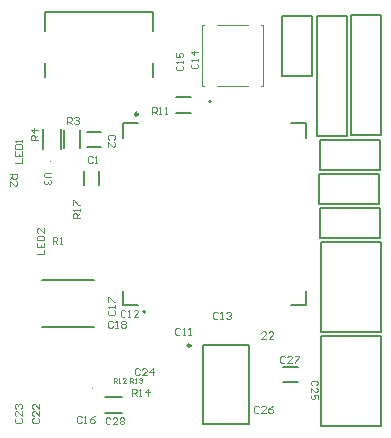
<source format=gbr>
%TF.GenerationSoftware,Altium Limited,Altium Designer,23.1.1 (15)*%
G04 Layer_Color=65535*
%FSLAX45Y45*%
%MOMM*%
%TF.SameCoordinates,F9E8136A-E86D-4813-A5E9-63B8E08E304F*%
%TF.FilePolarity,Positive*%
%TF.FileFunction,Legend,Top*%
%TF.Part,Single*%
G01*
G75*
%TA.AperFunction,NonConductor*%
%ADD71C,0.25000*%
%ADD72C,0.20000*%
%ADD73C,0.10000*%
%ADD74C,0.12700*%
D71*
X10800000Y4525000D02*
G03*
X10800000Y4525000I-12500J0D01*
G01*
X10353620Y6484000D02*
G03*
X10353620Y6484000I-12500J0D01*
G01*
D72*
X10417500Y4812500D02*
G03*
X10417500Y4812500I-10000J0D01*
G01*
X10962500Y6582500D02*
G03*
X10962500Y6602500I0J10000D01*
G01*
D02*
G03*
X10962500Y6582500I0J-10000D01*
G01*
X10905000Y3860000D02*
Y4530000D01*
X11295000Y3860000D02*
Y4530000D01*
X10905000D02*
X11295000D01*
X10905000Y3860000D02*
X11295000D01*
X11575500Y6808000D02*
Y7316000D01*
Y6808000D02*
X11829500D01*
Y7316000D01*
X11575500D02*
X11829500D01*
X11868000Y7320000D02*
X12122000D01*
Y6304000D02*
Y7320000D01*
X11868000Y6304000D02*
Y7320000D01*
Y6304000D02*
X12122000D01*
X10478000Y6797500D02*
Y6915500D01*
Y7190500D02*
Y7353000D01*
X9564000D02*
X10478000D01*
X9564000Y6797500D02*
Y6915500D01*
Y7190500D02*
Y7353000D01*
X11901500Y5400000D02*
X12409500D01*
X11901500Y4638000D02*
X12409500D01*
X11901500D02*
Y5400000D01*
X12409500Y4638000D02*
Y5400000D01*
Y4913168D02*
Y5400000D01*
X9920000Y6207500D02*
X10040000D01*
X9920000Y6332500D02*
X10040000D01*
X10071376Y4093624D02*
X10218624D01*
X10071376Y3956376D02*
X10218624D01*
X9540000Y5080000D02*
X9980000D01*
X9540000Y4680000D02*
X9980000D01*
X10676376Y6492500D02*
X10803624D01*
X10676376Y6627500D02*
X10803624D01*
X11586250Y4220000D02*
X11706250D01*
X11586250Y4345000D02*
X11706250D01*
X9698624Y6193876D02*
Y6361124D01*
X9551376Y6193876D02*
Y6361124D01*
X9863024Y6200576D02*
Y6347823D01*
X9725776Y6200576D02*
Y6347823D01*
X12397000Y5723000D02*
Y5977000D01*
X11889000Y5723000D02*
X12397000D01*
X11889000D02*
Y5977000D01*
X12397000D01*
X12401000Y6013000D02*
Y6267000D01*
X11893000Y6013000D02*
X12401000D01*
X11893000D02*
Y6267000D01*
X12401000D01*
Y5433000D02*
Y5687000D01*
X11893000Y5433000D02*
X12401000D01*
X11893000D02*
Y5687000D01*
X12401000D01*
X12155500Y6307500D02*
X12409500D01*
X12155500D02*
Y7323500D01*
X12409500Y6307500D02*
Y7323500D01*
X12155500D02*
X12409500D01*
X9897500Y5881250D02*
Y6001250D01*
X10022500Y5881250D02*
Y6001250D01*
X11901500Y4603500D02*
X12409500D01*
X11901500Y3841500D02*
X12409500D01*
X11901500D02*
Y4603500D01*
X12409500Y3841500D02*
Y4603500D01*
Y4116668D02*
Y4603500D01*
D73*
X9970000Y4150000D02*
G03*
X9970000Y4160000I0J5000D01*
G01*
D02*
G03*
X9970000Y4150000I0J-5000D01*
G01*
X9600000Y5792500D02*
G03*
X9600000Y5802500I0J5000D01*
G01*
D02*
G03*
X9600000Y5792500I0J-5000D01*
G01*
X9879000Y6139800D02*
G03*
X9879000Y6139800I-5000J0D01*
G01*
X9610000Y6080000D02*
G03*
X9620000Y6080000I5000J0D01*
G01*
D02*
G03*
X9610000Y6080000I-5000J0D01*
G01*
X11022500Y6722500D02*
X11282500D01*
X11022500Y7242500D02*
X11282500D01*
X11392500Y6722500D02*
X11412500D01*
Y7242500D01*
X11392500D02*
X11412500D01*
X10892500Y6722500D02*
X10912500D01*
X10892500D02*
Y7242500D01*
X10912500D01*
X11440003Y4585010D02*
X11400016D01*
X11440003Y4624997D01*
Y4634994D01*
X11430007Y4644990D01*
X11410013D01*
X11400016Y4634994D01*
X11499984Y4585010D02*
X11459997D01*
X11499984Y4624997D01*
Y4634994D01*
X11489987Y4644990D01*
X11469994D01*
X11459997Y4634994D01*
X9320007Y3912013D02*
X9310010Y3902016D01*
Y3882022D01*
X9320007Y3872026D01*
X9359993D01*
X9369990Y3882022D01*
Y3902016D01*
X9359993Y3912013D01*
X9369990Y3971993D02*
Y3932006D01*
X9330003Y3971993D01*
X9320007D01*
X9310010Y3961997D01*
Y3942003D01*
X9320007Y3932006D01*
Y3991987D02*
X9310010Y4001984D01*
Y4021977D01*
X9320007Y4031974D01*
X9330003D01*
X9340000Y4021977D01*
Y4011981D01*
Y4021977D01*
X9349997Y4031974D01*
X9359993D01*
X9369990Y4021977D01*
Y4001984D01*
X9359993Y3991987D01*
X9470007Y3910013D02*
X9460010Y3900016D01*
Y3880023D01*
X9470007Y3870026D01*
X9509994D01*
X9519990Y3880023D01*
Y3900016D01*
X9509994Y3910013D01*
X9519990Y3969994D02*
Y3930007D01*
X9480003Y3969994D01*
X9470007D01*
X9460010Y3959997D01*
Y3940003D01*
X9470007Y3930007D01*
X9519990Y4029974D02*
Y3989987D01*
X9480003Y4029974D01*
X9470007D01*
X9460010Y4019977D01*
Y3999984D01*
X9470007Y3989987D01*
X10287516Y4210007D02*
Y4249994D01*
X10307510D01*
X10314174Y4243329D01*
Y4230000D01*
X10307510Y4223335D01*
X10287516D01*
X10300845D02*
X10314174Y4210007D01*
X10327503D02*
X10340832D01*
X10334168D01*
Y4249994D01*
X10327503Y4243329D01*
X10360826D02*
X10367490Y4249994D01*
X10380819D01*
X10387484Y4243329D01*
Y4236665D01*
X10380819Y4230000D01*
X10374155D01*
X10380819D01*
X10387484Y4223335D01*
Y4216671D01*
X10380819Y4210007D01*
X10367490D01*
X10360826Y4216671D01*
X10302524Y4100010D02*
Y4159990D01*
X10332515D01*
X10342511Y4149993D01*
Y4130000D01*
X10332515Y4120003D01*
X10302524D01*
X10322518D02*
X10342511Y4100010D01*
X10362505D02*
X10382499D01*
X10372502D01*
Y4159990D01*
X10362505Y4149993D01*
X10442479Y4100010D02*
Y4159990D01*
X10412489Y4130000D01*
X10452476D01*
X10120013Y3907493D02*
X10110016Y3917490D01*
X10090023D01*
X10080026Y3907493D01*
Y3867506D01*
X10090023Y3857510D01*
X10110016D01*
X10120013Y3867506D01*
X10179994Y3857510D02*
X10140007D01*
X10179994Y3897497D01*
Y3907493D01*
X10169997Y3917490D01*
X10150003D01*
X10140007Y3907493D01*
X10199987D02*
X10209984Y3917490D01*
X10229978D01*
X10239974Y3907493D01*
Y3897497D01*
X10229978Y3887500D01*
X10239974Y3877503D01*
Y3867506D01*
X10229978Y3857510D01*
X10209984D01*
X10199987Y3867506D01*
Y3877503D01*
X10209984Y3887500D01*
X10199987Y3897497D01*
Y3907493D01*
X10209984Y3887500D02*
X10229978D01*
X10112507Y4825011D02*
X10102510Y4815015D01*
Y4795021D01*
X10112507Y4785024D01*
X10152494D01*
X10162490Y4795021D01*
Y4815015D01*
X10152494Y4825011D01*
X10162490Y4845005D02*
Y4864999D01*
Y4855002D01*
X10102510D01*
X10112507Y4845005D01*
X10102510Y4894989D02*
Y4934976D01*
X10112507D01*
X10152494Y4894989D01*
X10162490D01*
X9877512Y3919993D02*
X9867515Y3929990D01*
X9847521D01*
X9837525Y3919993D01*
Y3880006D01*
X9847521Y3870010D01*
X9867515D01*
X9877512Y3880006D01*
X9897505Y3870010D02*
X9917499D01*
X9907502D01*
Y3929990D01*
X9897505Y3919993D01*
X9987476Y3929990D02*
X9967482Y3919993D01*
X9947489Y3900000D01*
Y3880006D01*
X9957486Y3870010D01*
X9977479D01*
X9987476Y3880006D01*
Y3890003D01*
X9977479Y3900000D01*
X9947489D01*
X11600013Y4429993D02*
X11590016Y4439990D01*
X11570023D01*
X11560026Y4429993D01*
Y4390006D01*
X11570023Y4380010D01*
X11590016D01*
X11600013Y4390006D01*
X11659994Y4380010D02*
X11620007D01*
X11659994Y4419997D01*
Y4429993D01*
X11649997Y4439990D01*
X11630003D01*
X11620007Y4429993D01*
X11679987Y4439990D02*
X11719974D01*
Y4429993D01*
X11679987Y4390006D01*
Y4380010D01*
X11378013Y4007493D02*
X11368016Y4017490D01*
X11348023D01*
X11338026Y4007493D01*
Y3967506D01*
X11348023Y3957509D01*
X11368016D01*
X11378013Y3967506D01*
X11437993Y3957509D02*
X11398006D01*
X11437993Y3997496D01*
Y4007493D01*
X11427997Y4017490D01*
X11408003D01*
X11398006Y4007493D01*
X11497974Y4017490D02*
X11477981Y4007493D01*
X11457987Y3987500D01*
Y3967506D01*
X11467984Y3957509D01*
X11487977D01*
X11497974Y3967506D01*
Y3977503D01*
X11487977Y3987500D01*
X11457987D01*
X11864994Y4189987D02*
X11874990Y4199983D01*
Y4219977D01*
X11864994Y4229974D01*
X11825007D01*
X11815010Y4219977D01*
Y4199983D01*
X11825007Y4189987D01*
X11815010Y4130006D02*
Y4169993D01*
X11854997Y4130006D01*
X11864994D01*
X11874990Y4140003D01*
Y4159997D01*
X11864994Y4169993D01*
X11874990Y4070026D02*
Y4110013D01*
X11845000D01*
X11854997Y4090019D01*
Y4080022D01*
X11845000Y4070026D01*
X11825007D01*
X11815010Y4080022D01*
Y4100016D01*
X11825007Y4110013D01*
X10367513Y4322493D02*
X10357516Y4332490D01*
X10337523D01*
X10327526Y4322493D01*
Y4282506D01*
X10337523Y4272510D01*
X10357516D01*
X10367513Y4282506D01*
X10427493Y4272510D02*
X10387507D01*
X10427493Y4312497D01*
Y4322493D01*
X10417497Y4332490D01*
X10397503D01*
X10387507Y4322493D01*
X10477477Y4272510D02*
Y4332490D01*
X10447487Y4302500D01*
X10487474D01*
X9619990Y5989984D02*
X9570007D01*
X9560010Y5979987D01*
Y5959993D01*
X9570007Y5949997D01*
X9619990D01*
X9609993Y5930003D02*
X9619990Y5920006D01*
Y5900013D01*
X9609993Y5890016D01*
X9599997D01*
X9590000Y5900013D01*
Y5910010D01*
Y5900013D01*
X9580003Y5890016D01*
X9570007D01*
X9560010Y5900013D01*
Y5920006D01*
X9570007Y5930003D01*
X9632513Y5387510D02*
Y5447490D01*
X9662503D01*
X9672500Y5437493D01*
Y5417500D01*
X9662503Y5407503D01*
X9632513D01*
X9652507D02*
X9672500Y5387510D01*
X9692494D02*
X9712487D01*
X9702490D01*
Y5447490D01*
X9692494Y5437493D01*
X9270010Y5979983D02*
X9329990D01*
Y5949993D01*
X9319994Y5939997D01*
X9300000D01*
X9290004Y5949993D01*
Y5979983D01*
Y5959990D02*
X9270010Y5939997D01*
Y5880016D02*
Y5920003D01*
X9309997Y5880016D01*
X9319994D01*
X9329990Y5890013D01*
Y5910006D01*
X9319994Y5920003D01*
X9504990Y6265016D02*
X9445010D01*
Y6295006D01*
X9455006Y6305003D01*
X9475000D01*
X9484997Y6295006D01*
Y6265016D01*
Y6285010D02*
X9504990Y6305003D01*
Y6354987D02*
X9445010D01*
X9475000Y6324997D01*
Y6364984D01*
X10150016Y4212507D02*
Y4252494D01*
X10170010D01*
X10176674Y4245829D01*
Y4232500D01*
X10170010Y4225836D01*
X10150016D01*
X10163345D02*
X10176674Y4212507D01*
X10190003D02*
X10203332D01*
X10196668D01*
Y4252494D01*
X10190003Y4245829D01*
X10249984Y4212507D02*
X10223326D01*
X10249984Y4239165D01*
Y4245829D01*
X10243319Y4252494D01*
X10229990D01*
X10223326Y4245829D01*
X9752516Y6402510D02*
Y6462490D01*
X9782507D01*
X9792503Y6452493D01*
Y6432500D01*
X9782507Y6422503D01*
X9752516D01*
X9772510D02*
X9792503Y6402510D01*
X9812497Y6452493D02*
X9822494Y6462490D01*
X9842487D01*
X9852484Y6452493D01*
Y6442497D01*
X9842487Y6432500D01*
X9832491D01*
X9842487D01*
X9852484Y6422503D01*
Y6412506D01*
X9842487Y6402510D01*
X9822494D01*
X9812497Y6412506D01*
X9859990Y5605025D02*
X9800010D01*
Y5635015D01*
X9810007Y5645012D01*
X9830000D01*
X9839997Y5635015D01*
Y5605025D01*
Y5625018D02*
X9859990Y5645012D01*
Y5665005D02*
Y5684999D01*
Y5675002D01*
X9800010D01*
X9810007Y5665005D01*
X9800010Y5714989D02*
Y5754976D01*
X9810007D01*
X9849994Y5714989D01*
X9859990D01*
X9500010Y5297536D02*
X9559990D01*
Y5337523D01*
X9500010Y5397503D02*
Y5357516D01*
X9559990D01*
Y5397503D01*
X9530000Y5357516D02*
Y5377510D01*
X9500010Y5417497D02*
X9559990D01*
Y5447487D01*
X9549994Y5457484D01*
X9510007D01*
X9500010Y5447487D01*
Y5417497D01*
X9559990Y5517464D02*
Y5477477D01*
X9520003Y5517464D01*
X9510007D01*
X9500010Y5507468D01*
Y5487474D01*
X9510007Y5477477D01*
X9315010Y6070032D02*
X9374990D01*
Y6110019D01*
X9315010Y6170000D02*
Y6130013D01*
X9374990D01*
Y6170000D01*
X9345000Y6130013D02*
Y6150006D01*
X9315010Y6189993D02*
X9374990D01*
Y6219984D01*
X9364994Y6229980D01*
X9325007D01*
X9315010Y6219984D01*
Y6189993D01*
X9374990Y6249974D02*
Y6269968D01*
Y6259971D01*
X9315010D01*
X9325007Y6249974D01*
X10149994Y6269996D02*
X10159991Y6279993D01*
Y6299987D01*
X10149994Y6309983D01*
X10110007D01*
X10100010Y6299987D01*
Y6279993D01*
X10110007Y6269996D01*
X10100010Y6210016D02*
Y6250003D01*
X10139997Y6210016D01*
X10149994D01*
X10159991Y6220012D01*
Y6240006D01*
X10149994Y6250003D01*
X10142512Y4727493D02*
X10132515Y4737490D01*
X10112521D01*
X10102525Y4727493D01*
Y4687506D01*
X10112521Y4677510D01*
X10132515D01*
X10142512Y4687506D01*
X10162505Y4677510D02*
X10182499D01*
X10172502D01*
Y4737490D01*
X10162505Y4727493D01*
X10212489D02*
X10222486Y4737490D01*
X10242479D01*
X10252476Y4727493D01*
Y4717497D01*
X10242479Y4707500D01*
X10252476Y4697503D01*
Y4687506D01*
X10242479Y4677510D01*
X10222486D01*
X10212489Y4687506D01*
Y4697503D01*
X10222486Y4707500D01*
X10212489Y4717497D01*
Y4727493D01*
X10222486Y4707500D02*
X10242479D01*
X9970000Y6119993D02*
X9960003Y6129990D01*
X9940010D01*
X9930013Y6119993D01*
Y6080006D01*
X9940010Y6070010D01*
X9960003D01*
X9970000Y6080006D01*
X9989994Y6070010D02*
X10009987D01*
X9999990D01*
Y6129990D01*
X9989994Y6119993D01*
X10472521Y6485010D02*
Y6544990D01*
X10502511D01*
X10512508Y6534993D01*
Y6515000D01*
X10502511Y6505003D01*
X10472521D01*
X10492515D02*
X10512508Y6485010D01*
X10532502D02*
X10552495D01*
X10542498D01*
Y6544990D01*
X10532502Y6534993D01*
X10582485Y6485010D02*
X10602479D01*
X10592482D01*
Y6544990D01*
X10582485Y6534993D01*
X10247511Y4819993D02*
X10237515Y4829990D01*
X10217521D01*
X10207524Y4819993D01*
Y4780006D01*
X10217521Y4770010D01*
X10237515D01*
X10247511Y4780006D01*
X10267505Y4770010D02*
X10287499D01*
X10277502D01*
Y4829990D01*
X10267505Y4819993D01*
X10357476Y4770010D02*
X10317489D01*
X10357476Y4809997D01*
Y4819993D01*
X10347479Y4829990D01*
X10327485D01*
X10317489Y4819993D01*
X10687506Y6896511D02*
X10677510Y6886515D01*
Y6866521D01*
X10687506Y6856525D01*
X10727493D01*
X10737490Y6866521D01*
Y6886515D01*
X10727493Y6896511D01*
X10737490Y6916505D02*
Y6936499D01*
Y6926502D01*
X10677510D01*
X10687506Y6916505D01*
X10677510Y7006476D02*
Y6966489D01*
X10707500D01*
X10697503Y6986482D01*
Y6996479D01*
X10707500Y7006476D01*
X10727493D01*
X10737490Y6996479D01*
Y6976485D01*
X10727493Y6966489D01*
X10711508Y4667493D02*
X10701511Y4677490D01*
X10681518D01*
X10671521Y4667493D01*
Y4627506D01*
X10681518Y4617510D01*
X10701511D01*
X10711508Y4627506D01*
X10731502Y4617510D02*
X10751495D01*
X10741498D01*
Y4677490D01*
X10731502Y4667493D01*
X10781485Y4617510D02*
X10801479D01*
X10791482D01*
Y4677490D01*
X10781485Y4667493D01*
X11032512Y4799993D02*
X11022515Y4809990D01*
X11002521D01*
X10992525Y4799993D01*
Y4760006D01*
X11002521Y4750010D01*
X11022515D01*
X11032512Y4760006D01*
X11052505Y4750010D02*
X11072499D01*
X11062502D01*
Y4809990D01*
X11052505Y4799993D01*
X11102489D02*
X11112486Y4809990D01*
X11132479D01*
X11142476Y4799993D01*
Y4789997D01*
X11132479Y4780000D01*
X11122482D01*
X11132479D01*
X11142476Y4770003D01*
Y4760006D01*
X11132479Y4750010D01*
X11112486D01*
X11102489Y4760006D01*
X10810007Y6913512D02*
X10800010Y6903515D01*
Y6883521D01*
X10810007Y6873525D01*
X10849994D01*
X10859990Y6883521D01*
Y6903515D01*
X10849994Y6913512D01*
X10859990Y6933505D02*
Y6953499D01*
Y6943502D01*
X10800010D01*
X10810007Y6933505D01*
X10859990Y7013479D02*
X10800010D01*
X10830000Y6983489D01*
Y7023476D01*
D74*
X11774500Y6409500D02*
X11774500Y6284500D01*
X11774500Y4865500D02*
X11774500Y4990500D01*
X10230500D02*
X10230500Y4865500D01*
X10230500Y6284500D02*
X10230500Y6409500D01*
X11649500Y4865500D02*
X11774500Y4865500D01*
X10230500D02*
X10355500Y4865500D01*
X10230500Y6409500D02*
X10355500Y6409500D01*
X11649500D02*
X11774500Y6409500D01*
%TF.MD5,d66097dc7989bb2f5942a111b5ed38dc*%
M02*

</source>
